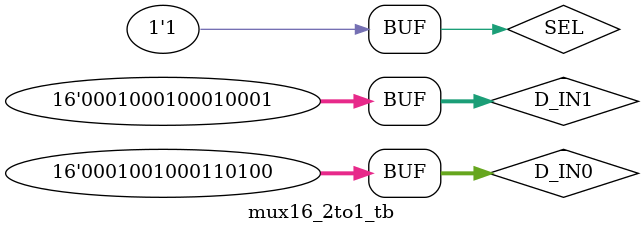
<source format=v>

module mux16_2to1(SEL, D_IN0, D_IN1, D_OUT);
   input         SEL;
   input [15:0]  D_IN0;
   input [15:0]  D_IN1;
   output [15:0] D_OUT;

   // ********* The first design method ****************
   // reg [15:0] D_OUT;
   // always @(SEL,D_IN0,D_IN1) begin
   //    case (SEL)
   //       1'b0: D_OUT = D_IN0;
   //       1'b1: D_OUT = D_IN1; 
   //       default: D_OUT = 0; 
   //    endcase
   // end

   //********** the second design method ***************
   assign D_OUT = SEL ? D_IN1 : D_IN0 ;
   
endmodule

module  mux16_2to1_tb;
   reg [15:0]  D_IN0,D_IN1;   // input
   reg         SEL;
   wire[15:0]  D_OUT;  // output
   
   //instantiation
   mux16_2to1 U_mux16_2to1(.SEL(SEL),
                           .D_IN0(D_IN0),
                           .D_IN1(D_IN1),
                           .D_OUT(D_OUT)); 

   initial begin
      $monitor("SEL = %h , D_IN0 = %h ,D_IN1 = %h , D_OUT = %h",SEL,D_IN0,D_IN1,D_OUT);
      D_IN0 = 16'h1234;
      D_IN1 = 16'h1111;
      #10 SEL = 1'b0;
      #10 SEL = 1'b1;
   end

endmodule

</source>
